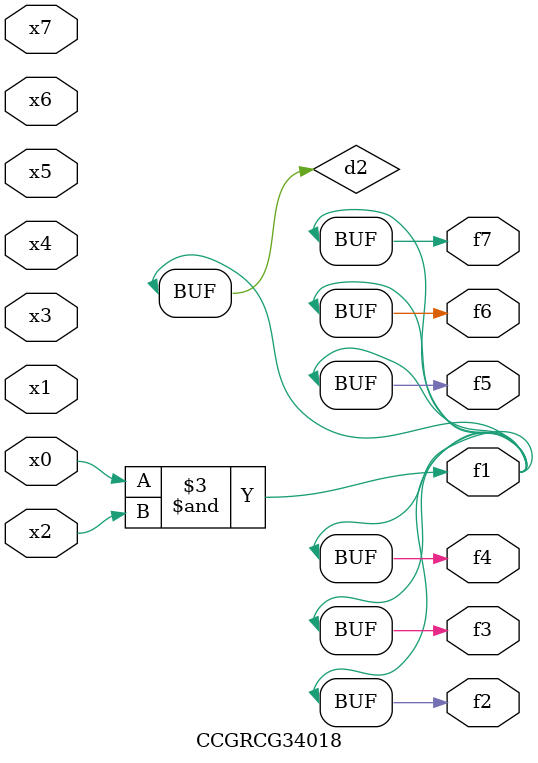
<source format=v>
module CCGRCG34018(
	input x0, x1, x2, x3, x4, x5, x6, x7,
	output f1, f2, f3, f4, f5, f6, f7
);

	wire d1, d2;

	nor (d1, x3, x6);
	and (d2, x0, x2);
	assign f1 = d2;
	assign f2 = d2;
	assign f3 = d2;
	assign f4 = d2;
	assign f5 = d2;
	assign f6 = d2;
	assign f7 = d2;
endmodule

</source>
